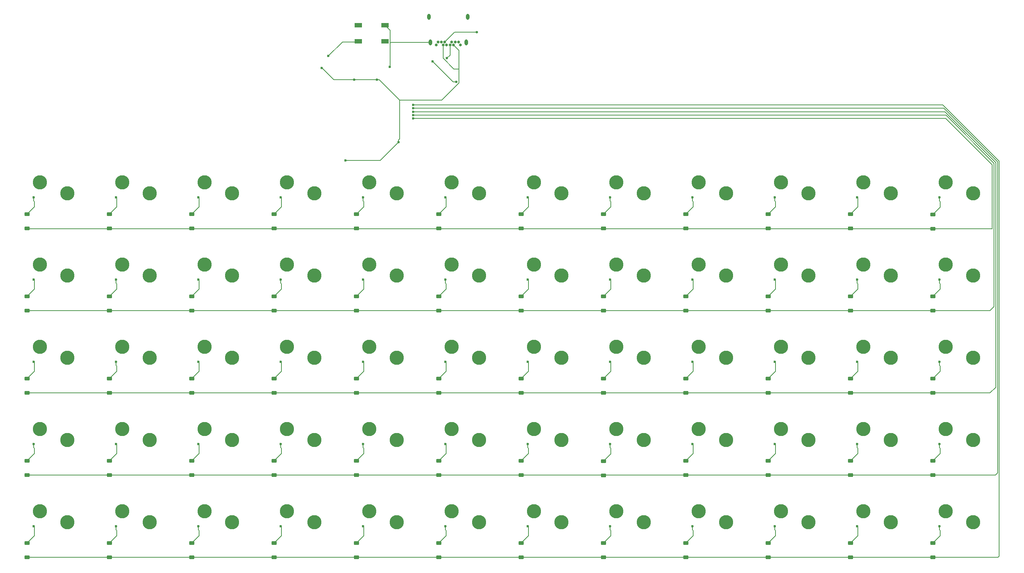
<source format=gbr>
%TF.GenerationSoftware,KiCad,Pcbnew,8.0.4*%
%TF.CreationDate,2024-09-02T18:18:05-04:00*%
%TF.ProjectId,BTKeyboardAttempt,42544b65-7962-46f6-9172-64417474656d,rev?*%
%TF.SameCoordinates,Original*%
%TF.FileFunction,Copper,L2,Bot*%
%TF.FilePolarity,Positive*%
%FSLAX46Y46*%
G04 Gerber Fmt 4.6, Leading zero omitted, Abs format (unit mm)*
G04 Created by KiCad (PCBNEW 8.0.4) date 2024-09-02 18:18:05*
%MOMM*%
%LPD*%
G01*
G04 APERTURE LIST*
G04 Aperture macros list*
%AMRoundRect*
0 Rectangle with rounded corners*
0 $1 Rounding radius*
0 $2 $3 $4 $5 $6 $7 $8 $9 X,Y pos of 4 corners*
0 Add a 4 corners polygon primitive as box body*
4,1,4,$2,$3,$4,$5,$6,$7,$8,$9,$2,$3,0*
0 Add four circle primitives for the rounded corners*
1,1,$1+$1,$2,$3*
1,1,$1+$1,$4,$5*
1,1,$1+$1,$6,$7*
1,1,$1+$1,$8,$9*
0 Add four rect primitives between the rounded corners*
20,1,$1+$1,$2,$3,$4,$5,0*
20,1,$1+$1,$4,$5,$6,$7,0*
20,1,$1+$1,$6,$7,$8,$9,0*
20,1,$1+$1,$8,$9,$2,$3,0*%
G04 Aperture macros list end*
%TA.AperFunction,ComponentPad*%
%ADD10C,3.300000*%
%TD*%
%TA.AperFunction,ComponentPad*%
%ADD11C,0.650000*%
%TD*%
%TA.AperFunction,ComponentPad*%
%ADD12O,0.800000X1.400000*%
%TD*%
%TA.AperFunction,SMDPad,CuDef*%
%ADD13RoundRect,0.225000X0.375000X-0.225000X0.375000X0.225000X-0.375000X0.225000X-0.375000X-0.225000X0*%
%TD*%
%TA.AperFunction,SMDPad,CuDef*%
%ADD14R,1.800000X1.100000*%
%TD*%
%TA.AperFunction,ViaPad*%
%ADD15C,0.600000*%
%TD*%
%TA.AperFunction,Conductor*%
%ADD16C,0.200000*%
%TD*%
G04 APERTURE END LIST*
D10*
%TO.P,MX30,1,1*%
%TO.N,COL5*%
X157797500Y-130016250D03*
%TO.P,MX30,2,2*%
%TO.N,Net-(D30-A)*%
X151447500Y-127476250D03*
%TD*%
%TO.P,MX13,1,1*%
%TO.N,COL2*%
X100647500Y-91916250D03*
%TO.P,MX13,2,2*%
%TO.N,Net-(D13-A)*%
X94297500Y-89376250D03*
%TD*%
%TO.P,MX23,1,1*%
%TO.N,COL4*%
X138747500Y-91916250D03*
%TO.P,MX23,2,2*%
%TO.N,Net-(D23-A)*%
X132397500Y-89376250D03*
%TD*%
%TO.P,MX21,1,1*%
%TO.N,COL4*%
X138747500Y-53816250D03*
%TO.P,MX21,2,2*%
%TO.N,Net-(D21-A)*%
X132397500Y-51276250D03*
%TD*%
%TO.P,MX52,1,1*%
%TO.N,COL10*%
X253047500Y-72866250D03*
%TO.P,MX52,2,2*%
%TO.N,Net-(D52-A)*%
X246697500Y-70326250D03*
%TD*%
%TO.P,MX16,1,1*%
%TO.N,COL3*%
X119697500Y-53816250D03*
%TO.P,MX16,2,2*%
%TO.N,Net-(D16-A)*%
X113347500Y-51276250D03*
%TD*%
%TO.P,MX56,1,1*%
%TO.N,COL11*%
X272097500Y-53816250D03*
%TO.P,MX56,2,2*%
%TO.N,Net-(D56-A)*%
X265747500Y-51276250D03*
%TD*%
%TO.P,MX60,1,1*%
%TO.N,COL11*%
X272097500Y-130016250D03*
%TO.P,MX60,2,2*%
%TO.N,Net-(D60-A)*%
X265747500Y-127476250D03*
%TD*%
D11*
%TO.P,J1,B1,GND*%
%TO.N,GND*%
X147849996Y-19450000D03*
%TO.P,J1,B2,TX2+*%
%TO.N,unconnected-(J1-TX2+-PadB2)*%
X148249996Y-18750000D03*
%TO.P,J1,B3,TX2-*%
%TO.N,unconnected-(J1-TX2--PadB3)*%
X149049996Y-18750000D03*
%TO.P,J1,B4,VBUS*%
%TO.N,+5V*%
X149449996Y-19450000D03*
%TO.P,J1,B5,CC2*%
%TO.N,Net-(J1-CC2)*%
X149849996Y-18750000D03*
%TO.P,J1,B6,D+*%
%TO.N,D+*%
X150249996Y-19450000D03*
%TO.P,J1,B7,D-*%
%TO.N,D-*%
X151049996Y-19450000D03*
%TO.P,J1,B8,SBU2*%
%TO.N,unconnected-(J1-SBU2-PadB8)*%
X151449996Y-18750000D03*
%TO.P,J1,B9,VBUS*%
%TO.N,+5V*%
X151849996Y-19450000D03*
%TO.P,J1,B10,RX1-*%
%TO.N,unconnected-(J1-RX1--PadB10)*%
X152249996Y-18750000D03*
%TO.P,J1,B11,RX1+*%
%TO.N,unconnected-(J1-RX1+-PadB11)*%
X153049996Y-18750000D03*
%TO.P,J1,B12,GND*%
%TO.N,GND*%
X153449996Y-19450000D03*
D12*
%TO.P,J1,S1,SHIELD*%
X155139996Y-12900000D03*
X154779996Y-18850000D03*
X146519996Y-18850000D03*
X146159996Y-12900000D03*
%TD*%
D10*
%TO.P,MX6,1,1*%
%TO.N,COL1*%
X81597500Y-91916250D03*
%TO.P,MX6,2,2*%
%TO.N,Net-(D6-A)*%
X75247500Y-89376250D03*
%TD*%
%TO.P,MX3,1,1*%
%TO.N,COL0*%
X62547500Y-72866250D03*
%TO.P,MX3,2,2*%
%TO.N,Net-(D3-A)*%
X56197500Y-70326250D03*
%TD*%
%TO.P,MX42,1,1*%
%TO.N,COL8*%
X214947500Y-72866250D03*
%TO.P,MX42,2,2*%
%TO.N,Net-(D42-A)*%
X208597500Y-70326250D03*
%TD*%
%TO.P,MX45,1,1*%
%TO.N,COL8*%
X214947500Y-130016250D03*
%TO.P,MX45,2,2*%
%TO.N,Net-(D45-A)*%
X208597500Y-127476250D03*
%TD*%
%TO.P,MX8,1,1*%
%TO.N,COL1*%
X81597500Y-110966250D03*
%TO.P,MX8,2,2*%
%TO.N,Net-(D8-A)*%
X75247500Y-108426250D03*
%TD*%
%TO.P,MX35,1,1*%
%TO.N,COL6*%
X176847500Y-130016250D03*
%TO.P,MX35,2,2*%
%TO.N,Net-(D35-A)*%
X170497500Y-127476250D03*
%TD*%
%TO.P,MX36,1,1*%
%TO.N,COL7*%
X195897500Y-53816250D03*
%TO.P,MX36,2,2*%
%TO.N,Net-(D36-A)*%
X189547500Y-51276250D03*
%TD*%
%TO.P,MX1,1,1*%
%TO.N,COL0*%
X62547500Y-53816250D03*
%TO.P,MX1,2,2*%
%TO.N,Net-(D1-A)*%
X56197500Y-51276250D03*
%TD*%
%TO.P,MX55,1,1*%
%TO.N,COL10*%
X253047500Y-130016250D03*
%TO.P,MX55,2,2*%
%TO.N,Net-(D55-A)*%
X246697500Y-127476250D03*
%TD*%
%TO.P,MX9,1,1*%
%TO.N,COL0*%
X62547500Y-130016250D03*
%TO.P,MX9,2,2*%
%TO.N,Net-(D9-A)*%
X56197500Y-127476250D03*
%TD*%
%TO.P,MX39,1,1*%
%TO.N,COL7*%
X195897500Y-110966250D03*
%TO.P,MX39,2,2*%
%TO.N,Net-(D39-A)*%
X189547500Y-108426250D03*
%TD*%
%TO.P,MX11,1,1*%
%TO.N,COL2*%
X100647500Y-53816250D03*
%TO.P,MX11,2,2*%
%TO.N,Net-(D11-A)*%
X94297500Y-51276250D03*
%TD*%
%TO.P,MX24,1,1*%
%TO.N,COL4*%
X138747500Y-110966250D03*
%TO.P,MX24,2,2*%
%TO.N,Net-(D24-A)*%
X132397500Y-108426250D03*
%TD*%
%TO.P,MX37,1,1*%
%TO.N,COL7*%
X195897500Y-72866250D03*
%TO.P,MX37,2,2*%
%TO.N,Net-(D37-A)*%
X189547500Y-70326250D03*
%TD*%
%TO.P,MX32,1,1*%
%TO.N,COL6*%
X176847500Y-72866250D03*
%TO.P,MX32,2,2*%
%TO.N,Net-(D32-A)*%
X170497500Y-70326250D03*
%TD*%
%TO.P,MX20,1,1*%
%TO.N,COL3*%
X119697500Y-130016250D03*
%TO.P,MX20,2,2*%
%TO.N,Net-(D20-A)*%
X113347500Y-127476250D03*
%TD*%
%TO.P,MX48,1,1*%
%TO.N,COL9*%
X233997500Y-91916250D03*
%TO.P,MX48,2,2*%
%TO.N,Net-(D48-A)*%
X227647500Y-89376250D03*
%TD*%
%TO.P,MX33,1,1*%
%TO.N,COL6*%
X176847500Y-91916250D03*
%TO.P,MX33,2,2*%
%TO.N,Net-(D33-A)*%
X170497500Y-89376250D03*
%TD*%
%TO.P,MX2,1,1*%
%TO.N,COL1*%
X81597500Y-53816250D03*
%TO.P,MX2,2,2*%
%TO.N,Net-(D2-A)*%
X75247500Y-51276250D03*
%TD*%
%TO.P,MX15,1,1*%
%TO.N,COL2*%
X100647500Y-130016250D03*
%TO.P,MX15,2,2*%
%TO.N,Net-(D15-A)*%
X94297500Y-127476250D03*
%TD*%
%TO.P,MX5,1,1*%
%TO.N,COL0*%
X62547500Y-91916250D03*
%TO.P,MX5,2,2*%
%TO.N,Net-(D5-A)*%
X56197500Y-89376250D03*
%TD*%
%TO.P,MX53,1,1*%
%TO.N,COL10*%
X253047500Y-91916250D03*
%TO.P,MX53,2,2*%
%TO.N,Net-(D53-A)*%
X246697500Y-89376250D03*
%TD*%
%TO.P,MX46,1,1*%
%TO.N,COL9*%
X233997500Y-53816250D03*
%TO.P,MX46,2,2*%
%TO.N,Net-(D46-A)*%
X227647500Y-51276250D03*
%TD*%
%TO.P,MX57,1,1*%
%TO.N,COL11*%
X272097500Y-72866250D03*
%TO.P,MX57,2,2*%
%TO.N,Net-(D57-A)*%
X265747500Y-70326250D03*
%TD*%
%TO.P,MX31,1,1*%
%TO.N,COL6*%
X176847500Y-53816250D03*
%TO.P,MX31,2,2*%
%TO.N,Net-(D31-A)*%
X170497500Y-51276250D03*
%TD*%
%TO.P,MX25,1,1*%
%TO.N,COL4*%
X138747500Y-130016250D03*
%TO.P,MX25,2,2*%
%TO.N,Net-(D25-A)*%
X132397500Y-127476250D03*
%TD*%
%TO.P,MX41,1,1*%
%TO.N,COL8*%
X214947500Y-53816250D03*
%TO.P,MX41,2,2*%
%TO.N,Net-(D41-A)*%
X208597500Y-51276250D03*
%TD*%
%TO.P,MX7,1,1*%
%TO.N,COL0*%
X62547500Y-110966250D03*
%TO.P,MX7,2,2*%
%TO.N,Net-(D7-A)*%
X56197500Y-108426250D03*
%TD*%
%TO.P,MX27,1,1*%
%TO.N,COL5*%
X157797500Y-72866250D03*
%TO.P,MX27,2,2*%
%TO.N,Net-(D27-A)*%
X151447500Y-70326250D03*
%TD*%
%TO.P,MX18,1,1*%
%TO.N,COL3*%
X119697500Y-91916250D03*
%TO.P,MX18,2,2*%
%TO.N,Net-(D18-A)*%
X113347500Y-89376250D03*
%TD*%
%TO.P,MX50,1,1*%
%TO.N,COL9*%
X233997500Y-130016250D03*
%TO.P,MX50,2,2*%
%TO.N,Net-(D50-A)*%
X227647500Y-127476250D03*
%TD*%
%TO.P,MX51,1,1*%
%TO.N,COL10*%
X253047500Y-53816250D03*
%TO.P,MX51,2,2*%
%TO.N,Net-(D51-A)*%
X246697500Y-51276250D03*
%TD*%
%TO.P,MX40,1,1*%
%TO.N,COL7*%
X195897500Y-130016250D03*
%TO.P,MX40,2,2*%
%TO.N,Net-(D40-A)*%
X189547500Y-127476250D03*
%TD*%
%TO.P,MX12,1,1*%
%TO.N,COL2*%
X100647500Y-72866250D03*
%TO.P,MX12,2,2*%
%TO.N,Net-(D12-A)*%
X94297500Y-70326250D03*
%TD*%
%TO.P,MX47,1,1*%
%TO.N,COL9*%
X233997500Y-72866250D03*
%TO.P,MX47,2,2*%
%TO.N,Net-(D47-A)*%
X227647500Y-70326250D03*
%TD*%
%TO.P,MX58,1,1*%
%TO.N,COL11*%
X272097500Y-91916250D03*
%TO.P,MX58,2,2*%
%TO.N,Net-(D58-A)*%
X265747500Y-89376250D03*
%TD*%
%TO.P,MX59,1,1*%
%TO.N,COL11*%
X272097500Y-110966250D03*
%TO.P,MX59,2,2*%
%TO.N,Net-(D59-A)*%
X265747500Y-108426250D03*
%TD*%
%TO.P,MX43,1,1*%
%TO.N,COL8*%
X214947500Y-91916250D03*
%TO.P,MX43,2,2*%
%TO.N,Net-(D43-A)*%
X208597500Y-89376250D03*
%TD*%
%TO.P,MX54,1,1*%
%TO.N,COL10*%
X253047500Y-110966250D03*
%TO.P,MX54,2,2*%
%TO.N,Net-(D54-A)*%
X246697500Y-108426250D03*
%TD*%
%TO.P,MX19,1,1*%
%TO.N,COL3*%
X119697500Y-110966250D03*
%TO.P,MX19,2,2*%
%TO.N,Net-(D19-A)*%
X113347500Y-108426250D03*
%TD*%
%TO.P,MX14,1,1*%
%TO.N,COL2*%
X100647500Y-110966250D03*
%TO.P,MX14,2,2*%
%TO.N,Net-(D14-A)*%
X94297500Y-108426250D03*
%TD*%
%TO.P,MX22,1,1*%
%TO.N,COL4*%
X138747500Y-72866250D03*
%TO.P,MX22,2,2*%
%TO.N,Net-(D22-A)*%
X132397500Y-70326250D03*
%TD*%
%TO.P,MX26,1,1*%
%TO.N,COL5*%
X157797500Y-53816250D03*
%TO.P,MX26,2,2*%
%TO.N,Net-(D26-A)*%
X151447500Y-51276250D03*
%TD*%
%TO.P,MX28,1,1*%
%TO.N,COL5*%
X157797500Y-91916250D03*
%TO.P,MX28,2,2*%
%TO.N,Net-(D28-A)*%
X151447500Y-89376250D03*
%TD*%
%TO.P,MX49,1,1*%
%TO.N,COL9*%
X233997500Y-110966250D03*
%TO.P,MX49,2,2*%
%TO.N,Net-(D49-A)*%
X227647500Y-108426250D03*
%TD*%
%TO.P,MX44,1,1*%
%TO.N,COL8*%
X214947500Y-110966250D03*
%TO.P,MX44,2,2*%
%TO.N,Net-(D44-A)*%
X208597500Y-108426250D03*
%TD*%
%TO.P,MX4,1,1*%
%TO.N,COL1*%
X81597500Y-72866250D03*
%TO.P,MX4,2,2*%
%TO.N,Net-(D4-A)*%
X75247500Y-70326250D03*
%TD*%
%TO.P,MX38,1,1*%
%TO.N,COL7*%
X195897500Y-91916250D03*
%TO.P,MX38,2,2*%
%TO.N,Net-(D38-A)*%
X189547500Y-89376250D03*
%TD*%
%TO.P,MX29,1,1*%
%TO.N,COL5*%
X157797500Y-110966250D03*
%TO.P,MX29,2,2*%
%TO.N,Net-(D29-A)*%
X151447500Y-108426250D03*
%TD*%
%TO.P,MX10,1,1*%
%TO.N,COL1*%
X81597500Y-130016250D03*
%TO.P,MX10,2,2*%
%TO.N,Net-(D10-A)*%
X75247500Y-127476250D03*
%TD*%
%TO.P,MX34,1,1*%
%TO.N,COL6*%
X176847500Y-110966250D03*
%TO.P,MX34,2,2*%
%TO.N,Net-(D34-A)*%
X170497500Y-108426250D03*
%TD*%
%TO.P,MX17,1,1*%
%TO.N,COL3*%
X119697500Y-72866250D03*
%TO.P,MX17,2,2*%
%TO.N,Net-(D17-A)*%
X113347500Y-70326250D03*
%TD*%
D13*
%TO.P,D11,1,K*%
%TO.N,ROW0*%
X91281250Y-61975000D03*
%TO.P,D11,2,A*%
%TO.N,Net-(D11-A)*%
X91281250Y-58675000D03*
%TD*%
%TO.P,D3,1,K*%
%TO.N,ROW1*%
X53181250Y-80962500D03*
%TO.P,D3,2,A*%
%TO.N,Net-(D3-A)*%
X53181250Y-77662500D03*
%TD*%
%TO.P,D28,1,K*%
%TO.N,ROW2*%
X148431250Y-100012500D03*
%TO.P,D28,2,A*%
%TO.N,Net-(D28-A)*%
X148431250Y-96712500D03*
%TD*%
%TO.P,D32,1,K*%
%TO.N,ROW1*%
X167481250Y-80962500D03*
%TO.P,D32,2,A*%
%TO.N,Net-(D32-A)*%
X167481250Y-77662500D03*
%TD*%
%TO.P,D12,1,K*%
%TO.N,ROW1*%
X91281250Y-80962500D03*
%TO.P,D12,2,A*%
%TO.N,Net-(D12-A)*%
X91281250Y-77662500D03*
%TD*%
%TO.P,D43,1,K*%
%TO.N,ROW2*%
X205581250Y-100075000D03*
%TO.P,D43,2,A*%
%TO.N,Net-(D43-A)*%
X205581250Y-96775000D03*
%TD*%
%TO.P,D40,1,K*%
%TO.N,ROW4*%
X186531250Y-138112500D03*
%TO.P,D40,2,A*%
%TO.N,Net-(D40-A)*%
X186531250Y-134812500D03*
%TD*%
%TO.P,D38,1,K*%
%TO.N,ROW2*%
X186531250Y-100075000D03*
%TO.P,D38,2,A*%
%TO.N,Net-(D38-A)*%
X186531250Y-96775000D03*
%TD*%
%TO.P,D49,1,K*%
%TO.N,ROW3*%
X224631250Y-119062500D03*
%TO.P,D49,2,A*%
%TO.N,Net-(D49-A)*%
X224631250Y-115762500D03*
%TD*%
%TO.P,D51,1,K*%
%TO.N,ROW0*%
X243681250Y-61912500D03*
%TO.P,D51,2,A*%
%TO.N,Net-(D51-A)*%
X243681250Y-58612500D03*
%TD*%
%TO.P,D53,1,K*%
%TO.N,ROW2*%
X243681250Y-100012500D03*
%TO.P,D53,2,A*%
%TO.N,Net-(D53-A)*%
X243681250Y-96712500D03*
%TD*%
%TO.P,D60,1,K*%
%TO.N,ROW4*%
X262731250Y-138112500D03*
%TO.P,D60,2,A*%
%TO.N,Net-(D60-A)*%
X262731250Y-134812500D03*
%TD*%
%TO.P,D5,1,K*%
%TO.N,ROW2*%
X53181250Y-100012500D03*
%TO.P,D5,2,A*%
%TO.N,Net-(D5-A)*%
X53181250Y-96712500D03*
%TD*%
%TO.P,D14,1,K*%
%TO.N,ROW3*%
X91281250Y-119125000D03*
%TO.P,D14,2,A*%
%TO.N,Net-(D14-A)*%
X91281250Y-115825000D03*
%TD*%
%TO.P,D50,1,K*%
%TO.N,ROW4*%
X224631250Y-138175000D03*
%TO.P,D50,2,A*%
%TO.N,Net-(D50-A)*%
X224631250Y-134875000D03*
%TD*%
%TO.P,D48,1,K*%
%TO.N,ROW2*%
X224631250Y-100075000D03*
%TO.P,D48,2,A*%
%TO.N,Net-(D48-A)*%
X224631250Y-96775000D03*
%TD*%
%TO.P,D10,1,K*%
%TO.N,ROW4*%
X72231250Y-138175000D03*
%TO.P,D10,2,A*%
%TO.N,Net-(D10-A)*%
X72231250Y-134875000D03*
%TD*%
%TO.P,D7,1,K*%
%TO.N,ROW3*%
X53181250Y-119062500D03*
%TO.P,D7,2,A*%
%TO.N,Net-(D7-A)*%
X53181250Y-115762500D03*
%TD*%
%TO.P,D26,1,K*%
%TO.N,ROW0*%
X148431250Y-61912500D03*
%TO.P,D26,2,A*%
%TO.N,Net-(D26-A)*%
X148431250Y-58612500D03*
%TD*%
%TO.P,D15,1,K*%
%TO.N,ROW4*%
X91281250Y-138112500D03*
%TO.P,D15,2,A*%
%TO.N,Net-(D15-A)*%
X91281250Y-134812500D03*
%TD*%
%TO.P,D9,1,K*%
%TO.N,ROW4*%
X53181250Y-138175000D03*
%TO.P,D9,2,A*%
%TO.N,Net-(D9-A)*%
X53181250Y-134875000D03*
%TD*%
%TO.P,D59,1,K*%
%TO.N,ROW3*%
X262731250Y-119062500D03*
%TO.P,D59,2,A*%
%TO.N,Net-(D59-A)*%
X262731250Y-115762500D03*
%TD*%
%TO.P,D19,1,K*%
%TO.N,ROW3*%
X110331250Y-119062500D03*
%TO.P,D19,2,A*%
%TO.N,Net-(D19-A)*%
X110331250Y-115762500D03*
%TD*%
%TO.P,D36,1,K*%
%TO.N,ROW0*%
X186531250Y-61975000D03*
%TO.P,D36,2,A*%
%TO.N,Net-(D36-A)*%
X186531250Y-58675000D03*
%TD*%
%TO.P,D22,1,K*%
%TO.N,ROW1*%
X129381250Y-80962500D03*
%TO.P,D22,2,A*%
%TO.N,Net-(D22-A)*%
X129381250Y-77662500D03*
%TD*%
%TO.P,D25,1,K*%
%TO.N,ROW4*%
X129381250Y-138112500D03*
%TO.P,D25,2,A*%
%TO.N,Net-(D25-A)*%
X129381250Y-134812500D03*
%TD*%
%TO.P,D23,1,K*%
%TO.N,ROW2*%
X129381250Y-100012500D03*
%TO.P,D23,2,A*%
%TO.N,Net-(D23-A)*%
X129381250Y-96712500D03*
%TD*%
%TO.P,D6,1,K*%
%TO.N,ROW2*%
X72231250Y-100012500D03*
%TO.P,D6,2,A*%
%TO.N,Net-(D6-A)*%
X72231250Y-96712500D03*
%TD*%
%TO.P,D2,1,K*%
%TO.N,ROW0*%
X72231250Y-61975000D03*
%TO.P,D2,2,A*%
%TO.N,Net-(D2-A)*%
X72231250Y-58675000D03*
%TD*%
%TO.P,D8,1,K*%
%TO.N,ROW3*%
X72231250Y-119062500D03*
%TO.P,D8,2,A*%
%TO.N,Net-(D8-A)*%
X72231250Y-115762500D03*
%TD*%
%TO.P,D4,1,K*%
%TO.N,ROW1*%
X72231250Y-80962500D03*
%TO.P,D4,2,A*%
%TO.N,Net-(D4-A)*%
X72231250Y-77662500D03*
%TD*%
%TO.P,D41,1,K*%
%TO.N,ROW0*%
X205581250Y-61975000D03*
%TO.P,D41,2,A*%
%TO.N,Net-(D41-A)*%
X205581250Y-58675000D03*
%TD*%
%TO.P,D16,1,K*%
%TO.N,ROW0*%
X110331250Y-61975000D03*
%TO.P,D16,2,A*%
%TO.N,Net-(D16-A)*%
X110331250Y-58675000D03*
%TD*%
%TO.P,D35,1,K*%
%TO.N,ROW4*%
X167481250Y-138112500D03*
%TO.P,D35,2,A*%
%TO.N,Net-(D35-A)*%
X167481250Y-134812500D03*
%TD*%
%TO.P,D45,1,K*%
%TO.N,ROW4*%
X205581250Y-138112500D03*
%TO.P,D45,2,A*%
%TO.N,Net-(D45-A)*%
X205581250Y-134812500D03*
%TD*%
%TO.P,D31,1,K*%
%TO.N,ROW0*%
X167481250Y-61912500D03*
%TO.P,D31,2,A*%
%TO.N,Net-(D31-A)*%
X167481250Y-58612500D03*
%TD*%
%TO.P,D1,1,K*%
%TO.N,ROW0*%
X53181250Y-61975000D03*
%TO.P,D1,2,A*%
%TO.N,Net-(D1-A)*%
X53181250Y-58675000D03*
%TD*%
%TO.P,D44,1,K*%
%TO.N,ROW3*%
X205581250Y-119062500D03*
%TO.P,D44,2,A*%
%TO.N,Net-(D44-A)*%
X205581250Y-115762500D03*
%TD*%
%TO.P,D18,1,K*%
%TO.N,ROW2*%
X110331250Y-100012500D03*
%TO.P,D18,2,A*%
%TO.N,Net-(D18-A)*%
X110331250Y-96712500D03*
%TD*%
%TO.P,D55,1,K*%
%TO.N,ROW4*%
X243681250Y-138112500D03*
%TO.P,D55,2,A*%
%TO.N,Net-(D55-A)*%
X243681250Y-134812500D03*
%TD*%
%TO.P,D39,1,K*%
%TO.N,ROW3*%
X186531250Y-119187500D03*
%TO.P,D39,2,A*%
%TO.N,Net-(D39-A)*%
X186531250Y-115887500D03*
%TD*%
%TO.P,D21,1,K*%
%TO.N,ROW0*%
X129381250Y-61912500D03*
%TO.P,D21,2,A*%
%TO.N,Net-(D21-A)*%
X129381250Y-58612500D03*
%TD*%
%TO.P,D13,1,K*%
%TO.N,ROW2*%
X91281250Y-100012500D03*
%TO.P,D13,2,A*%
%TO.N,Net-(D13-A)*%
X91281250Y-96712500D03*
%TD*%
%TO.P,D56,1,K*%
%TO.N,ROW0*%
X262731250Y-62037500D03*
%TO.P,D56,2,A*%
%TO.N,Net-(D56-A)*%
X262731250Y-58737500D03*
%TD*%
%TO.P,D37,1,K*%
%TO.N,ROW1*%
X186531250Y-80962500D03*
%TO.P,D37,2,A*%
%TO.N,Net-(D37-A)*%
X186531250Y-77662500D03*
%TD*%
%TO.P,D20,1,K*%
%TO.N,ROW4*%
X110331250Y-138112500D03*
%TO.P,D20,2,A*%
%TO.N,Net-(D20-A)*%
X110331250Y-134812500D03*
%TD*%
%TO.P,D29,1,K*%
%TO.N,ROW3*%
X148431250Y-119062500D03*
%TO.P,D29,2,A*%
%TO.N,Net-(D29-A)*%
X148431250Y-115762500D03*
%TD*%
%TO.P,D30,1,K*%
%TO.N,ROW4*%
X148431250Y-138112500D03*
%TO.P,D30,2,A*%
%TO.N,Net-(D30-A)*%
X148431250Y-134812500D03*
%TD*%
%TO.P,D52,1,K*%
%TO.N,ROW1*%
X243681250Y-81025000D03*
%TO.P,D52,2,A*%
%TO.N,Net-(D52-A)*%
X243681250Y-77725000D03*
%TD*%
D14*
%TO.P,SW1,1,1*%
%TO.N,GND*%
X136000000Y-14881250D03*
%TO.P,SW1,2,2*%
%TO.N,Net-(U2-~{RESET})*%
X129800000Y-18581250D03*
%TO.P,SW1,3*%
%TO.N,N/C*%
X136000000Y-18581250D03*
%TO.P,SW1,4*%
X129800000Y-14881250D03*
%TD*%
D13*
%TO.P,D57,1,K*%
%TO.N,ROW1*%
X262731250Y-80962500D03*
%TO.P,D57,2,A*%
%TO.N,Net-(D57-A)*%
X262731250Y-77662500D03*
%TD*%
%TO.P,D42,1,K*%
%TO.N,ROW1*%
X205581250Y-80962500D03*
%TO.P,D42,2,A*%
%TO.N,Net-(D42-A)*%
X205581250Y-77662500D03*
%TD*%
%TO.P,D47,1,K*%
%TO.N,ROW1*%
X224631250Y-80962500D03*
%TO.P,D47,2,A*%
%TO.N,Net-(D47-A)*%
X224631250Y-77662500D03*
%TD*%
%TO.P,D27,1,K*%
%TO.N,ROW1*%
X148431250Y-80962500D03*
%TO.P,D27,2,A*%
%TO.N,Net-(D27-A)*%
X148431250Y-77662500D03*
%TD*%
%TO.P,D58,1,K*%
%TO.N,ROW2*%
X262731250Y-100075000D03*
%TO.P,D58,2,A*%
%TO.N,Net-(D58-A)*%
X262731250Y-96775000D03*
%TD*%
%TO.P,D24,1,K*%
%TO.N,ROW3*%
X129381250Y-119062500D03*
%TO.P,D24,2,A*%
%TO.N,Net-(D24-A)*%
X129381250Y-115762500D03*
%TD*%
%TO.P,D46,1,K*%
%TO.N,ROW0*%
X224631250Y-61912500D03*
%TO.P,D46,2,A*%
%TO.N,Net-(D46-A)*%
X224631250Y-58612500D03*
%TD*%
%TO.P,D17,1,K*%
%TO.N,ROW1*%
X110331250Y-81025000D03*
%TO.P,D17,2,A*%
%TO.N,Net-(D17-A)*%
X110331250Y-77725000D03*
%TD*%
%TO.P,D54,1,K*%
%TO.N,ROW3*%
X243681250Y-119062500D03*
%TO.P,D54,2,A*%
%TO.N,Net-(D54-A)*%
X243681250Y-115762500D03*
%TD*%
%TO.P,D34,1,K*%
%TO.N,ROW3*%
X167481250Y-119062500D03*
%TO.P,D34,2,A*%
%TO.N,Net-(D34-A)*%
X167481250Y-115762500D03*
%TD*%
%TO.P,D33,1,K*%
%TO.N,ROW2*%
X167481250Y-100012500D03*
%TO.P,D33,2,A*%
%TO.N,Net-(D33-A)*%
X167481250Y-96712500D03*
%TD*%
D15*
%TO.N,GND*%
X137150000Y-24481250D03*
%TO.N,+5V*%
X139150000Y-41981250D03*
X128900000Y-27481250D03*
X126900000Y-46231250D03*
X121375000Y-24756250D03*
X134150000Y-27481250D03*
%TO.N,ROW0*%
X142500000Y-36500000D03*
%TO.N,Net-(D1-A)*%
X54768750Y-54768750D03*
%TO.N,Net-(D2-A)*%
X73818750Y-54768750D03*
%TO.N,ROW1*%
X142500000Y-35699997D03*
%TO.N,Net-(D3-A)*%
X54768750Y-73818750D03*
%TO.N,Net-(D4-A)*%
X73818750Y-73818750D03*
%TO.N,ROW2*%
X142500000Y-34899994D03*
%TO.N,Net-(D5-A)*%
X54768750Y-92868750D03*
%TO.N,Net-(D6-A)*%
X73818750Y-92868750D03*
%TO.N,Net-(D7-A)*%
X54768750Y-111918750D03*
%TO.N,ROW3*%
X142500000Y-34099991D03*
%TO.N,Net-(D8-A)*%
X73818750Y-111918750D03*
%TO.N,Net-(D9-A)*%
X54768750Y-130968750D03*
%TO.N,ROW4*%
X142500000Y-33299988D03*
%TO.N,Net-(D10-A)*%
X73818750Y-130968750D03*
%TO.N,Net-(D11-A)*%
X92868750Y-54768750D03*
%TO.N,Net-(D12-A)*%
X92868750Y-73818750D03*
%TO.N,Net-(D13-A)*%
X92868750Y-92868750D03*
%TO.N,Net-(D14-A)*%
X92868750Y-111918750D03*
%TO.N,Net-(D15-A)*%
X92868750Y-130968750D03*
%TO.N,Net-(D16-A)*%
X111918750Y-54768750D03*
%TO.N,Net-(D17-A)*%
X111918750Y-73818750D03*
%TO.N,Net-(D18-A)*%
X111918750Y-92868750D03*
%TO.N,Net-(D19-A)*%
X111918750Y-111918750D03*
%TO.N,Net-(D20-A)*%
X111918750Y-130968750D03*
%TO.N,Net-(D21-A)*%
X130968750Y-54768750D03*
%TO.N,Net-(D22-A)*%
X130968750Y-73818750D03*
%TO.N,Net-(D23-A)*%
X130968750Y-92868750D03*
%TO.N,Net-(D24-A)*%
X130968750Y-111918750D03*
%TO.N,Net-(D25-A)*%
X130968750Y-130968750D03*
%TO.N,Net-(D26-A)*%
X150018750Y-54768750D03*
%TO.N,Net-(D27-A)*%
X150018750Y-73818750D03*
%TO.N,Net-(D28-A)*%
X150018750Y-92868750D03*
%TO.N,Net-(D29-A)*%
X150018750Y-111918750D03*
%TO.N,Net-(D30-A)*%
X150018750Y-130968750D03*
%TO.N,Net-(D31-A)*%
X169068750Y-54768750D03*
%TO.N,Net-(D32-A)*%
X169068750Y-73818750D03*
%TO.N,Net-(D33-A)*%
X169068750Y-92868750D03*
%TO.N,Net-(D34-A)*%
X169068750Y-111918750D03*
%TO.N,Net-(D35-A)*%
X169068750Y-130968750D03*
%TO.N,Net-(D36-A)*%
X188118750Y-54768750D03*
%TO.N,Net-(D37-A)*%
X188118750Y-73818750D03*
%TO.N,Net-(D38-A)*%
X188118750Y-92868750D03*
%TO.N,Net-(D39-A)*%
X188118750Y-111918750D03*
%TO.N,Net-(D40-A)*%
X188118750Y-130968750D03*
%TO.N,Net-(D41-A)*%
X207168750Y-54768750D03*
%TO.N,Net-(D42-A)*%
X207168750Y-73818750D03*
%TO.N,Net-(D43-A)*%
X207168750Y-92868750D03*
%TO.N,Net-(D44-A)*%
X207168750Y-111918750D03*
%TO.N,Net-(D45-A)*%
X207168750Y-130968750D03*
%TO.N,Net-(D46-A)*%
X226218750Y-54768750D03*
%TO.N,Net-(D47-A)*%
X226218750Y-73818750D03*
%TO.N,Net-(D48-A)*%
X226218750Y-92868750D03*
%TO.N,Net-(D49-A)*%
X226218750Y-111918750D03*
%TO.N,Net-(D50-A)*%
X226218750Y-130968750D03*
%TO.N,Net-(D51-A)*%
X245268750Y-54768750D03*
%TO.N,Net-(D52-A)*%
X245268750Y-73818750D03*
%TO.N,Net-(D53-A)*%
X245268750Y-92868750D03*
%TO.N,Net-(D54-A)*%
X245268750Y-111918750D03*
%TO.N,Net-(D55-A)*%
X245268750Y-130968750D03*
%TO.N,Net-(D56-A)*%
X264318750Y-54768750D03*
%TO.N,Net-(D57-A)*%
X264318750Y-73818750D03*
%TO.N,Net-(D58-A)*%
X264318750Y-92868750D03*
%TO.N,Net-(D59-A)*%
X264318750Y-111918750D03*
%TO.N,Net-(D60-A)*%
X264318750Y-130968750D03*
%TO.N,Net-(J1-CC2)*%
X157250000Y-16500000D03*
%TO.N,D-*%
X150332802Y-22523182D03*
%TO.N,Net-(U2-~{RESET})*%
X122900000Y-21981250D03*
%TO.N,Net-(U2-D+)*%
X147000000Y-23250000D03*
X152500000Y-28000000D03*
%TD*%
D16*
%TO.N,GND*%
X146519996Y-18850000D02*
X137350000Y-18850000D01*
X136000000Y-14881250D02*
X137200000Y-16081250D01*
X137350000Y-18850000D02*
X137200000Y-19000000D01*
X137200000Y-16081250D02*
X137200000Y-19000000D01*
X137200000Y-19000000D02*
X137200000Y-24431250D01*
X137200000Y-24431250D02*
X137150000Y-24481250D01*
%TO.N,+5V*%
X153100000Y-28248529D02*
X149117279Y-32231250D01*
X139400000Y-32231250D02*
X139400000Y-41231250D01*
X149449996Y-19450000D02*
X149449996Y-22488905D01*
X149449996Y-22488905D02*
X151961091Y-25000000D01*
X134650000Y-27481250D02*
X134150000Y-27481250D01*
X134150000Y-27481250D02*
X128900000Y-27481250D01*
X153100000Y-25000000D02*
X153100000Y-28248529D01*
X139400000Y-32231250D02*
X134650000Y-27481250D01*
X128900000Y-27481250D02*
X124150000Y-27481250D01*
X151961091Y-25000000D02*
X153100000Y-25000000D01*
X139150000Y-41981250D02*
X134900000Y-46231250D01*
X134900000Y-46231250D02*
X126900000Y-46231250D01*
X149117279Y-32231250D02*
X139400000Y-32231250D01*
X151849996Y-19450000D02*
X153100000Y-20700004D01*
X139400000Y-41231250D02*
X139150000Y-41481250D01*
X139150000Y-41481250D02*
X139150000Y-41981250D01*
X121425000Y-24756250D02*
X121375000Y-24756250D01*
X153100000Y-20700004D02*
X153100000Y-25000000D01*
X124150000Y-27481250D02*
X121425000Y-24756250D01*
%TO.N,ROW0*%
X262731250Y-62037500D02*
X276462500Y-62037500D01*
X262731250Y-62037500D02*
X53243750Y-62037500D01*
X276462500Y-62037500D02*
X276500000Y-62000000D01*
X53243750Y-62037500D02*
X53181250Y-61975000D01*
X276500000Y-62000000D02*
X276500000Y-47250000D01*
X265750000Y-36500000D02*
X276500000Y-47250000D01*
X142500000Y-36500000D02*
X265750000Y-36500000D01*
%TO.N,Net-(D1-A)*%
X54882500Y-56973750D02*
X53181250Y-58675000D01*
X54768750Y-54768750D02*
X54768750Y-55562500D01*
X54768750Y-55562500D02*
X54882500Y-55676250D01*
X54882500Y-55676250D02*
X54882500Y-56973750D01*
%TO.N,Net-(D2-A)*%
X73932500Y-54882500D02*
X73932500Y-56973750D01*
X73932500Y-56973750D02*
X72231250Y-58675000D01*
X73818750Y-54768750D02*
X73932500Y-54882500D01*
%TO.N,ROW1*%
X276900000Y-46834315D02*
X276900000Y-80100000D01*
X142500000Y-35699997D02*
X265765682Y-35699997D01*
X276900000Y-80100000D02*
X276000000Y-81000000D01*
X269581162Y-81000000D02*
X269543662Y-80962500D01*
X269543662Y-80962500D02*
X262731250Y-80962500D01*
X53181250Y-80962500D02*
X262731250Y-80962500D01*
X276000000Y-81000000D02*
X269581162Y-81000000D01*
X265765682Y-35699997D02*
X276900000Y-46834315D01*
%TO.N,Net-(D3-A)*%
X54882500Y-73932500D02*
X54882500Y-75961250D01*
X54768750Y-73818750D02*
X54882500Y-73932500D01*
X54882500Y-75961250D02*
X53181250Y-77662500D01*
%TO.N,Net-(D4-A)*%
X73818750Y-74612500D02*
X73932500Y-74726250D01*
X73932500Y-74726250D02*
X73932500Y-75961250D01*
X73932500Y-75961250D02*
X72231250Y-77662500D01*
X73818750Y-73818750D02*
X73818750Y-74612500D01*
%TO.N,ROW2*%
X142500000Y-34899994D02*
X265531364Y-34899994D01*
X262731250Y-100075000D02*
X53243750Y-100075000D01*
X142548526Y-34899994D02*
X142500000Y-34899994D01*
X265531364Y-34899994D02*
X276731370Y-46100000D01*
X276000000Y-100075000D02*
X277300000Y-98775000D01*
X53243750Y-100075000D02*
X53181250Y-100012500D01*
X277300000Y-98775000D02*
X277300000Y-46668629D01*
X277300000Y-46668629D02*
X276631371Y-46000000D01*
X262731250Y-100075000D02*
X276000000Y-100075000D01*
%TO.N,Net-(D5-A)*%
X54768750Y-92868750D02*
X54882500Y-92982500D01*
X54882500Y-92982500D02*
X54882500Y-95011250D01*
X54882500Y-95011250D02*
X53181250Y-96712500D01*
%TO.N,Net-(D6-A)*%
X73932500Y-95011250D02*
X72231250Y-96712500D01*
X73932500Y-93776250D02*
X73932500Y-95011250D01*
X73818750Y-92868750D02*
X73818750Y-93662500D01*
X73818750Y-93662500D02*
X73932500Y-93776250D01*
%TO.N,Net-(D7-A)*%
X54882500Y-114061250D02*
X53181250Y-115762500D01*
X54768750Y-111918750D02*
X54768750Y-112712500D01*
X54882500Y-112826250D02*
X54882500Y-114061250D01*
X54768750Y-112712500D02*
X54882500Y-112826250D01*
%TO.N,ROW3*%
X277250000Y-119062500D02*
X277700000Y-118612500D01*
X277700000Y-46502943D02*
X276973528Y-45776472D01*
X276973528Y-45776472D02*
X265297047Y-34099991D01*
X262731250Y-119062500D02*
X277250000Y-119062500D01*
X277700000Y-118612500D02*
X277700000Y-46502943D01*
X265297047Y-34099991D02*
X142500000Y-34099991D01*
X53181250Y-119062500D02*
X262731250Y-119062500D01*
%TO.N,Net-(D8-A)*%
X73932500Y-112032500D02*
X73932500Y-114061250D01*
X73818750Y-111918750D02*
X73932500Y-112032500D01*
X73932500Y-114061250D02*
X72231250Y-115762500D01*
%TO.N,Net-(D9-A)*%
X54882500Y-131082500D02*
X54882500Y-133173750D01*
X54768750Y-130968750D02*
X54882500Y-131082500D01*
X54882500Y-133173750D02*
X53181250Y-134875000D01*
%TO.N,ROW4*%
X265062731Y-33299988D02*
X278006371Y-46243628D01*
X262668750Y-138175000D02*
X262731250Y-138112500D01*
X53181250Y-138175000D02*
X262668750Y-138175000D01*
X278006371Y-46243628D02*
X278006372Y-46243628D01*
X278100000Y-137875000D02*
X278100000Y-46337257D01*
X142500000Y-33299988D02*
X265062731Y-33299988D01*
X278100000Y-46337257D02*
X278006372Y-46243628D01*
X262731250Y-138112500D02*
X277862500Y-138112500D01*
X277862500Y-138112500D02*
X278100000Y-137875000D01*
%TO.N,Net-(D10-A)*%
X73818750Y-130968750D02*
X73818750Y-131762500D01*
X73932500Y-133173750D02*
X72231250Y-134875000D01*
X73818750Y-131762500D02*
X73932500Y-131876250D01*
X73932500Y-131876250D02*
X73932500Y-133173750D01*
%TO.N,Net-(D11-A)*%
X92982500Y-54882500D02*
X92982500Y-56973750D01*
X92868750Y-54768750D02*
X92982500Y-54882500D01*
X92982500Y-56973750D02*
X91281250Y-58675000D01*
%TO.N,Net-(D12-A)*%
X92982500Y-75961250D02*
X91281250Y-77662500D01*
X92868750Y-73818750D02*
X92982500Y-73932500D01*
X92982500Y-73932500D02*
X92982500Y-75961250D01*
%TO.N,Net-(D13-A)*%
X92868750Y-92868750D02*
X92982500Y-92982500D01*
X92982500Y-92982500D02*
X92982500Y-95011250D01*
X92982500Y-95011250D02*
X91281250Y-96712500D01*
%TO.N,Net-(D14-A)*%
X92982500Y-114123750D02*
X91281250Y-115825000D01*
X92868750Y-111918750D02*
X92982500Y-112032500D01*
X92982500Y-112032500D02*
X92982500Y-114123750D01*
%TO.N,Net-(D15-A)*%
X92982500Y-131876250D02*
X92982500Y-133111250D01*
X92982500Y-133111250D02*
X91281250Y-134812500D01*
X92868750Y-130968750D02*
X92868750Y-131762500D01*
X92868750Y-131762500D02*
X92982500Y-131876250D01*
%TO.N,Net-(D16-A)*%
X112032500Y-54882500D02*
X112032500Y-56973750D01*
X111918750Y-54768750D02*
X112032500Y-54882500D01*
X112032500Y-56973750D02*
X110331250Y-58675000D01*
%TO.N,Net-(D17-A)*%
X112032500Y-74726250D02*
X112032500Y-76023750D01*
X112032500Y-76023750D02*
X110331250Y-77725000D01*
X111918750Y-73818750D02*
X111918750Y-74612500D01*
X111918750Y-74612500D02*
X112032500Y-74726250D01*
%TO.N,Net-(D18-A)*%
X112032500Y-92982500D02*
X112032500Y-95011250D01*
X112032500Y-95011250D02*
X110331250Y-96712500D01*
X111918750Y-92868750D02*
X112032500Y-92982500D01*
%TO.N,Net-(D19-A)*%
X112032500Y-114061250D02*
X110331250Y-115762500D01*
X111918750Y-111918750D02*
X111918750Y-112712500D01*
X111918750Y-112712500D02*
X112032500Y-112826250D01*
X112032500Y-112826250D02*
X112032500Y-114061250D01*
%TO.N,Net-(D20-A)*%
X111918750Y-130968750D02*
X112032500Y-131082500D01*
X112032500Y-131082500D02*
X112032500Y-133111250D01*
X112032500Y-133111250D02*
X110331250Y-134812500D01*
%TO.N,Net-(D21-A)*%
X131082500Y-56911250D02*
X129381250Y-58612500D01*
X131082500Y-55676250D02*
X131082500Y-56911250D01*
X130968750Y-55562500D02*
X131082500Y-55676250D01*
X130968750Y-54768750D02*
X130968750Y-55562500D01*
%TO.N,Net-(D22-A)*%
X130968750Y-73818750D02*
X131082500Y-73932500D01*
X131082500Y-73932500D02*
X131082500Y-75961250D01*
X131082500Y-75961250D02*
X129381250Y-77662500D01*
%TO.N,Net-(D23-A)*%
X131082500Y-95011250D02*
X129381250Y-96712500D01*
X130968750Y-92868750D02*
X131082500Y-92982500D01*
X131082500Y-92982500D02*
X131082500Y-95011250D01*
%TO.N,Net-(D24-A)*%
X131082500Y-114061250D02*
X129381250Y-115762500D01*
X131082500Y-112826250D02*
X131082500Y-114061250D01*
X130968750Y-112712500D02*
X131082500Y-112826250D01*
X130968750Y-111918750D02*
X130968750Y-112712500D01*
%TO.N,Net-(D25-A)*%
X131082500Y-131082500D02*
X131082500Y-133111250D01*
X131082500Y-133111250D02*
X129381250Y-134812500D01*
X130968750Y-130968750D02*
X131082500Y-131082500D01*
%TO.N,Net-(D26-A)*%
X150018750Y-54768750D02*
X150132500Y-54882500D01*
X150132500Y-56911250D02*
X148431250Y-58612500D01*
X150132500Y-54882500D02*
X150132500Y-56911250D01*
%TO.N,Net-(D27-A)*%
X150018750Y-73818750D02*
X150018750Y-74612500D01*
X150132500Y-75961250D02*
X148431250Y-77662500D01*
X150132500Y-74726250D02*
X150132500Y-75961250D01*
X150018750Y-74612500D02*
X150132500Y-74726250D01*
%TO.N,Net-(D28-A)*%
X150132500Y-92982500D02*
X150132500Y-95011250D01*
X150018750Y-92868750D02*
X150132500Y-92982500D01*
X150132500Y-95011250D02*
X148431250Y-96712500D01*
%TO.N,Net-(D29-A)*%
X150132500Y-112032500D02*
X150132500Y-114061250D01*
X150018750Y-111918750D02*
X150132500Y-112032500D01*
X150132500Y-114061250D02*
X148431250Y-115762500D01*
%TO.N,Net-(D30-A)*%
X150018750Y-130968750D02*
X150018750Y-131762500D01*
X150132500Y-133111250D02*
X148431250Y-134812500D01*
X150132500Y-131876250D02*
X150132500Y-133111250D01*
X150018750Y-131762500D02*
X150132500Y-131876250D01*
%TO.N,Net-(D31-A)*%
X169182500Y-54882500D02*
X169182500Y-56911250D01*
X169068750Y-54768750D02*
X169182500Y-54882500D01*
X169182500Y-56911250D02*
X167481250Y-58612500D01*
%TO.N,Net-(D32-A)*%
X169182500Y-75961250D02*
X167481250Y-77662500D01*
X169182500Y-73932500D02*
X169182500Y-75961250D01*
X169068750Y-73818750D02*
X169182500Y-73932500D01*
%TO.N,Net-(D33-A)*%
X169182500Y-92982500D02*
X169182500Y-95011250D01*
X169182500Y-95011250D02*
X167481250Y-96712500D01*
X169068750Y-92868750D02*
X169182500Y-92982500D01*
%TO.N,Net-(D34-A)*%
X169182500Y-114061250D02*
X167481250Y-115762500D01*
X169182500Y-112826250D02*
X169182500Y-114061250D01*
X169068750Y-111918750D02*
X169068750Y-112712500D01*
X169068750Y-112712500D02*
X169182500Y-112826250D01*
%TO.N,Net-(D35-A)*%
X169182500Y-133111250D02*
X167481250Y-134812500D01*
X169182500Y-131082500D02*
X169182500Y-133111250D01*
X169068750Y-130968750D02*
X169182500Y-131082500D01*
%TO.N,Net-(D36-A)*%
X188118750Y-55562500D02*
X188232500Y-55676250D01*
X188232500Y-55676250D02*
X188232500Y-56973750D01*
X188118750Y-54768750D02*
X188118750Y-55562500D01*
X188232500Y-56973750D02*
X186531250Y-58675000D01*
%TO.N,Net-(D37-A)*%
X188232500Y-75961250D02*
X186531250Y-77662500D01*
X188118750Y-73818750D02*
X188232500Y-73932500D01*
X188232500Y-73932500D02*
X188232500Y-75961250D01*
%TO.N,Net-(D38-A)*%
X188118750Y-92868750D02*
X188232500Y-92982500D01*
X188232500Y-92982500D02*
X188232500Y-95073750D01*
X188232500Y-95073750D02*
X186531250Y-96775000D01*
%TO.N,Net-(D39-A)*%
X188118750Y-112712500D02*
X188232500Y-112826250D01*
X188232500Y-112826250D02*
X188232500Y-114186250D01*
X188118750Y-111918750D02*
X188118750Y-112712500D01*
X188232500Y-114186250D02*
X186531250Y-115887500D01*
%TO.N,Net-(D40-A)*%
X188118750Y-131762500D02*
X188232500Y-131876250D01*
X188232500Y-133111250D02*
X186531250Y-134812500D01*
X188118750Y-130968750D02*
X188118750Y-131762500D01*
X188232500Y-131876250D02*
X188232500Y-133111250D01*
%TO.N,Net-(D41-A)*%
X207168750Y-55562500D02*
X207282500Y-55676250D01*
X207282500Y-56973750D02*
X205581250Y-58675000D01*
X207168750Y-54768750D02*
X207168750Y-55562500D01*
X207282500Y-55676250D02*
X207282500Y-56973750D01*
%TO.N,Net-(D42-A)*%
X207282500Y-73932500D02*
X207282500Y-75961250D01*
X207282500Y-75961250D02*
X205581250Y-77662500D01*
X207168750Y-73818750D02*
X207282500Y-73932500D01*
%TO.N,Net-(D43-A)*%
X207168750Y-92868750D02*
X207282500Y-92982500D01*
X207282500Y-92982500D02*
X207282500Y-95073750D01*
X207282500Y-95073750D02*
X205581250Y-96775000D01*
%TO.N,Net-(D44-A)*%
X207168750Y-111918750D02*
X207282500Y-112032500D01*
X207282500Y-114061250D02*
X205581250Y-115762500D01*
X207282500Y-112032500D02*
X207282500Y-114061250D01*
%TO.N,Net-(D45-A)*%
X207168750Y-130968750D02*
X207168750Y-131762500D01*
X207168750Y-131762500D02*
X207282500Y-131876250D01*
X207282500Y-131876250D02*
X207282500Y-133111250D01*
X207282500Y-133111250D02*
X205581250Y-134812500D01*
%TO.N,Net-(D46-A)*%
X226332500Y-55676250D02*
X226332500Y-56911250D01*
X226332500Y-56911250D02*
X224631250Y-58612500D01*
X226218750Y-55562500D02*
X226332500Y-55676250D01*
X226218750Y-54768750D02*
X226218750Y-55562500D01*
%TO.N,Net-(D47-A)*%
X226218750Y-73818750D02*
X226332500Y-73932500D01*
X226332500Y-73932500D02*
X226332500Y-75961250D01*
X226332500Y-75961250D02*
X224631250Y-77662500D01*
%TO.N,Net-(D48-A)*%
X226218750Y-92868750D02*
X226332500Y-92982500D01*
X226332500Y-92982500D02*
X226332500Y-95073750D01*
X226332500Y-95073750D02*
X224631250Y-96775000D01*
%TO.N,Net-(D49-A)*%
X226218750Y-111918750D02*
X226332500Y-112032500D01*
X226332500Y-114061250D02*
X224631250Y-115762500D01*
X226332500Y-112032500D02*
X226332500Y-114061250D01*
%TO.N,Net-(D50-A)*%
X226332500Y-133173750D02*
X224631250Y-134875000D01*
X226218750Y-130968750D02*
X226218750Y-131762500D01*
X226218750Y-131762500D02*
X226332500Y-131876250D01*
X226332500Y-131876250D02*
X226332500Y-133173750D01*
%TO.N,Net-(D51-A)*%
X245382500Y-56911250D02*
X243681250Y-58612500D01*
X245382500Y-54882500D02*
X245382500Y-56911250D01*
X245268750Y-54768750D02*
X245382500Y-54882500D01*
%TO.N,Net-(D52-A)*%
X245382500Y-76023750D02*
X243681250Y-77725000D01*
X245268750Y-73818750D02*
X245268750Y-74612500D01*
X245268750Y-74612500D02*
X245382500Y-74726250D01*
X245382500Y-74726250D02*
X245382500Y-76023750D01*
%TO.N,Net-(D53-A)*%
X245382500Y-95011250D02*
X243681250Y-96712500D01*
X245268750Y-92868750D02*
X245382500Y-92982500D01*
X245382500Y-92982500D02*
X245382500Y-95011250D01*
%TO.N,Net-(D54-A)*%
X245382500Y-112826250D02*
X245382500Y-114061250D01*
X245382500Y-114061250D02*
X243681250Y-115762500D01*
X245268750Y-112712500D02*
X245382500Y-112826250D01*
X245268750Y-111918750D02*
X245268750Y-112712500D01*
%TO.N,Net-(D55-A)*%
X245382500Y-133111250D02*
X243681250Y-134812500D01*
X245268750Y-130968750D02*
X245382500Y-131082500D01*
X245382500Y-131082500D02*
X245382500Y-133111250D01*
%TO.N,Net-(D56-A)*%
X264432500Y-57036250D02*
X262731250Y-58737500D01*
X264318750Y-55562500D02*
X264432500Y-55676250D01*
X264318750Y-54768750D02*
X264318750Y-55562500D01*
X264432500Y-55676250D02*
X264432500Y-57036250D01*
%TO.N,Net-(D57-A)*%
X264432500Y-75961250D02*
X262731250Y-77662500D01*
X264432500Y-74726250D02*
X264432500Y-75961250D01*
X264318750Y-74612500D02*
X264432500Y-74726250D01*
X264318750Y-73818750D02*
X264318750Y-74612500D01*
%TO.N,Net-(D58-A)*%
X264432500Y-95073750D02*
X262731250Y-96775000D01*
X264318750Y-93662500D02*
X264432500Y-93776250D01*
X264432500Y-93776250D02*
X264432500Y-95073750D01*
X264318750Y-92868750D02*
X264318750Y-93662500D01*
%TO.N,Net-(D59-A)*%
X264432500Y-114061250D02*
X262731250Y-115762500D01*
X264318750Y-112712500D02*
X264432500Y-112826250D01*
X264318750Y-111918750D02*
X264318750Y-112712500D01*
X264432500Y-112826250D02*
X264432500Y-114061250D01*
%TO.N,Net-(D60-A)*%
X264432500Y-133111250D02*
X262731250Y-134812500D01*
X264432500Y-131876250D02*
X264432500Y-133111250D01*
X264318750Y-131762500D02*
X264432500Y-131876250D01*
X264318750Y-130968750D02*
X264318750Y-131762500D01*
%TO.N,Net-(J1-CC2)*%
X149849996Y-18750000D02*
X152099996Y-16500000D01*
X152099996Y-16500000D02*
X157250000Y-16500000D01*
%TO.N,D-*%
X151049996Y-19450000D02*
X151049996Y-21805988D01*
X151049996Y-21805988D02*
X150332802Y-22523182D01*
%TO.N,Net-(U2-~{RESET})*%
X126150000Y-18731250D02*
X122900000Y-21981250D01*
X129400000Y-18731250D02*
X126150000Y-18731250D01*
X129800000Y-18581250D02*
X129550000Y-18581250D01*
X129550000Y-18581250D02*
X129400000Y-18731250D01*
%TO.N,Net-(U2-D+)*%
X151750000Y-28000000D02*
X147000000Y-23250000D01*
X152500000Y-28000000D02*
X151750000Y-28000000D01*
%TD*%
M02*

</source>
